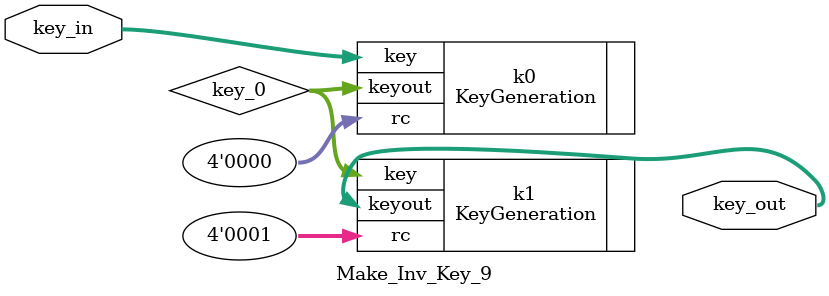
<source format=v>

module Make_Inv_Key_9(
    input [127 : 0] key_in,
    output [127 : 0] key_out
);

    wire [127 : 0] key_0, key_1, key_2, key_3, key_4, key_5, key_6, key_7, key_8, key_9;


    KeyGeneration k0(
        .rc(4'h0),
        .key(key_in),
        .keyout(key_0)
    );

    KeyGeneration k1(
        .rc(4'h1),
        .key(key_0),
        .keyout(key_out)
    );

    

    
endmodule
</source>
